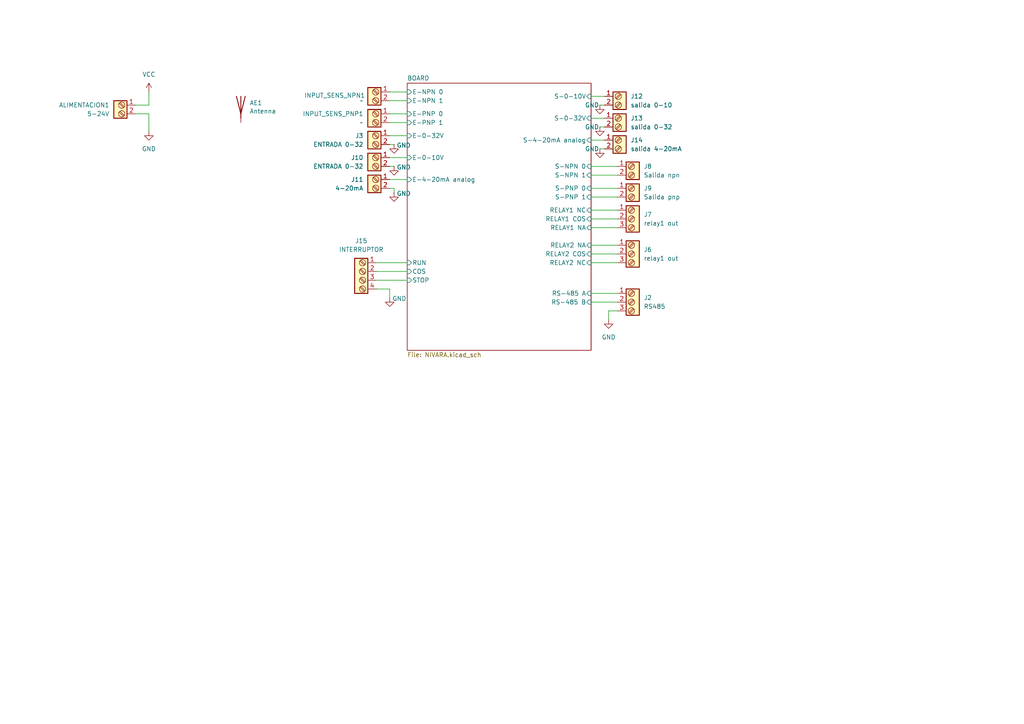
<source format=kicad_sch>
(kicad_sch
	(version 20250114)
	(generator "eeschema")
	(generator_version "9.0")
	(uuid "a0ccc1c3-98b7-44b4-a982-09e3bf693e4b")
	(paper "A4")
	(lib_symbols
		(symbol "Device:Antenna"
			(pin_numbers
				(hide yes)
			)
			(pin_names
				(offset 1.016)
				(hide yes)
			)
			(exclude_from_sim no)
			(in_bom yes)
			(on_board yes)
			(property "Reference" "AE"
				(at -1.905 1.905 0)
				(effects
					(font
						(size 1.27 1.27)
					)
					(justify right)
				)
			)
			(property "Value" "Antenna"
				(at -1.905 0 0)
				(effects
					(font
						(size 1.27 1.27)
					)
					(justify right)
				)
			)
			(property "Footprint" ""
				(at 0 0 0)
				(effects
					(font
						(size 1.27 1.27)
					)
					(hide yes)
				)
			)
			(property "Datasheet" "~"
				(at 0 0 0)
				(effects
					(font
						(size 1.27 1.27)
					)
					(hide yes)
				)
			)
			(property "Description" "Antenna"
				(at 0 0 0)
				(effects
					(font
						(size 1.27 1.27)
					)
					(hide yes)
				)
			)
			(property "ki_keywords" "antenna"
				(at 0 0 0)
				(effects
					(font
						(size 1.27 1.27)
					)
					(hide yes)
				)
			)
			(symbol "Antenna_0_1"
				(polyline
					(pts
						(xy 0 2.54) (xy 0 -3.81)
					)
					(stroke
						(width 0.254)
						(type default)
					)
					(fill
						(type none)
					)
				)
				(polyline
					(pts
						(xy 1.27 2.54) (xy 0 -2.54) (xy -1.27 2.54)
					)
					(stroke
						(width 0.254)
						(type default)
					)
					(fill
						(type none)
					)
				)
			)
			(symbol "Antenna_1_1"
				(pin input line
					(at 0 -5.08 90)
					(length 2.54)
					(name "A"
						(effects
							(font
								(size 1.27 1.27)
							)
						)
					)
					(number "1"
						(effects
							(font
								(size 1.27 1.27)
							)
						)
					)
				)
			)
			(embedded_fonts no)
		)
		(symbol "PCM_SL_Screw_Terminal:Screw_Terminal_2_P3.50mm"
			(exclude_from_sim no)
			(in_bom yes)
			(on_board yes)
			(property "Reference" "J"
				(at 0 3.81 0)
				(effects
					(font
						(size 1.27 1.27)
					)
				)
			)
			(property "Value" "Screw_Terminal_2_P3.50mm"
				(at 0 -3.81 0)
				(effects
					(font
						(size 1.27 1.27)
					)
				)
			)
			(property "Footprint" "TerminalBlock_Phoenix:TerminalBlock_Phoenix_PT-1,5-2-3.5-H_1x02_P3.50mm_Horizontal"
				(at 1.27 -6.35 0)
				(effects
					(font
						(size 1.27 1.27)
					)
					(hide yes)
				)
			)
			(property "Datasheet" ""
				(at 0 0 0)
				(effects
					(font
						(size 1.27 1.27)
					)
					(hide yes)
				)
			)
			(property "Description" ""
				(at 0 0 0)
				(effects
					(font
						(size 1.27 1.27)
					)
					(hide yes)
				)
			)
			(property "ki_keywords" "Screw Terminal"
				(at 0 0 0)
				(effects
					(font
						(size 1.27 1.27)
					)
					(hide yes)
				)
			)
			(symbol "Screw_Terminal_2_P3.50mm_0_1"
				(rectangle
					(start -1.27 2.54)
					(end 2.54 -2.54)
					(stroke
						(width 0.3)
						(type default)
					)
					(fill
						(type background)
					)
				)
				(polyline
					(pts
						(xy -0.254 0.508) (xy 1.016 1.778)
					)
					(stroke
						(width 0)
						(type default)
					)
					(fill
						(type none)
					)
				)
				(polyline
					(pts
						(xy -0.254 -2.032) (xy 1.016 -0.762)
					)
					(stroke
						(width 0)
						(type default)
					)
					(fill
						(type none)
					)
				)
				(polyline
					(pts
						(xy 0 1.27) (xy -0.508 0.762) (xy 0.762 2.032)
					)
					(stroke
						(width 0)
						(type default)
					)
					(fill
						(type none)
					)
				)
				(polyline
					(pts
						(xy 0 -1.27) (xy -0.508 -1.778) (xy 0.762 -0.508)
					)
					(stroke
						(width 0)
						(type default)
					)
					(fill
						(type none)
					)
				)
				(circle
					(center 0.254 1.27)
					(radius 0.9158)
					(stroke
						(width 0)
						(type default)
					)
					(fill
						(type none)
					)
				)
				(circle
					(center 0.254 -1.27)
					(radius 0.9158)
					(stroke
						(width 0)
						(type default)
					)
					(fill
						(type none)
					)
				)
			)
			(symbol "Screw_Terminal_2_P3.50mm_1_1"
				(pin passive line
					(at -3.81 1.27 0)
					(length 2.54)
					(name ""
						(effects
							(font
								(size 1.27 1.27)
							)
						)
					)
					(number "1"
						(effects
							(font
								(size 1.27 1.27)
							)
						)
					)
				)
				(pin passive line
					(at -3.81 -1.27 0)
					(length 2.54)
					(name ""
						(effects
							(font
								(size 1.27 1.27)
							)
						)
					)
					(number "2"
						(effects
							(font
								(size 1.27 1.27)
							)
						)
					)
				)
			)
			(embedded_fonts no)
		)
		(symbol "PCM_SL_Screw_Terminal:Screw_Terminal_3_P3.50mm"
			(exclude_from_sim no)
			(in_bom yes)
			(on_board yes)
			(property "Reference" "J"
				(at 0 5.842 0)
				(effects
					(font
						(size 1.27 1.27)
					)
				)
			)
			(property "Value" "Screw_Terminal_3_P3.50mm"
				(at 1.27 -5.588 0)
				(effects
					(font
						(size 1.27 1.27)
					)
				)
			)
			(property "Footprint" "TerminalBlock_Phoenix:TerminalBlock_Phoenix_PT-1,5-3-3.5-H_1x03_P3.50mm_Horizontal"
				(at 1.27 -7.62 0)
				(effects
					(font
						(size 1.27 1.27)
					)
					(hide yes)
				)
			)
			(property "Datasheet" ""
				(at 0 1.27 0)
				(effects
					(font
						(size 1.27 1.27)
					)
					(hide yes)
				)
			)
			(property "Description" ""
				(at 0 0 0)
				(effects
					(font
						(size 1.27 1.27)
					)
					(hide yes)
				)
			)
			(symbol "Screw_Terminal_3_P3.50mm_0_1"
				(rectangle
					(start -1.27 3.81)
					(end 2.54 -3.81)
					(stroke
						(width 0.3)
						(type default)
					)
					(fill
						(type background)
					)
				)
				(polyline
					(pts
						(xy -0.254 1.778) (xy 1.016 3.048)
					)
					(stroke
						(width 0)
						(type default)
					)
					(fill
						(type none)
					)
				)
				(polyline
					(pts
						(xy -0.254 -0.762) (xy 1.016 0.508)
					)
					(stroke
						(width 0)
						(type default)
					)
					(fill
						(type none)
					)
				)
				(polyline
					(pts
						(xy -0.254 -3.302) (xy 1.016 -2.032)
					)
					(stroke
						(width 0)
						(type default)
					)
					(fill
						(type none)
					)
				)
				(polyline
					(pts
						(xy 0 2.54) (xy -0.508 2.032) (xy 0.762 3.302)
					)
					(stroke
						(width 0)
						(type default)
					)
					(fill
						(type none)
					)
				)
				(polyline
					(pts
						(xy 0 0) (xy -0.508 -0.508) (xy 0.762 0.762)
					)
					(stroke
						(width 0)
						(type default)
					)
					(fill
						(type none)
					)
				)
				(polyline
					(pts
						(xy 0 -2.54) (xy -0.508 -3.048) (xy 0.762 -1.778)
					)
					(stroke
						(width 0)
						(type default)
					)
					(fill
						(type none)
					)
				)
				(circle
					(center 0.254 2.54)
					(radius 0.9158)
					(stroke
						(width 0)
						(type default)
					)
					(fill
						(type none)
					)
				)
				(circle
					(center 0.254 0)
					(radius 0.9158)
					(stroke
						(width 0)
						(type default)
					)
					(fill
						(type none)
					)
				)
				(circle
					(center 0.254 -2.54)
					(radius 0.9158)
					(stroke
						(width 0)
						(type default)
					)
					(fill
						(type none)
					)
				)
			)
			(symbol "Screw_Terminal_3_P3.50mm_1_1"
				(pin passive line
					(at -3.81 2.54 0)
					(length 2.54)
					(name ""
						(effects
							(font
								(size 1.27 1.27)
							)
						)
					)
					(number "1"
						(effects
							(font
								(size 1.27 1.27)
							)
						)
					)
				)
				(pin passive line
					(at -3.81 0 0)
					(length 2.54)
					(name ""
						(effects
							(font
								(size 1.27 1.27)
							)
						)
					)
					(number "2"
						(effects
							(font
								(size 1.27 1.27)
							)
						)
					)
				)
				(pin passive line
					(at -3.81 -2.54 0)
					(length 2.54)
					(name ""
						(effects
							(font
								(size 1.27 1.27)
							)
						)
					)
					(number "3"
						(effects
							(font
								(size 1.27 1.27)
							)
						)
					)
				)
			)
			(embedded_fonts no)
		)
		(symbol "PCM_SL_Screw_Terminal:Screw_Terminal_4_P3.50mm"
			(exclude_from_sim no)
			(in_bom yes)
			(on_board yes)
			(property "Reference" "J"
				(at 0 6.35 0)
				(effects
					(font
						(size 1.27 1.27)
					)
				)
			)
			(property "Value" "Screw_Terminal_4_P3.50mm"
				(at 1.27 -6.35 0)
				(effects
					(font
						(size 1.27 1.27)
					)
				)
			)
			(property "Footprint" "TerminalBlock_Phoenix:TerminalBlock_Phoenix_PT-1,5-4-3.5-H_1x04_P3.50mm_Horizontal"
				(at 0 -8.89 0)
				(effects
					(font
						(size 1.27 1.27)
					)
					(hide yes)
				)
			)
			(property "Datasheet" ""
				(at 0 2.54 0)
				(effects
					(font
						(size 1.27 1.27)
					)
					(hide yes)
				)
			)
			(property "Description" ""
				(at 0 0 0)
				(effects
					(font
						(size 1.27 1.27)
					)
					(hide yes)
				)
			)
			(symbol "Screw_Terminal_4_P3.50mm_0_1"
				(rectangle
					(start -1.27 5.08)
					(end 2.54 -5.08)
					(stroke
						(width 0.3)
						(type default)
					)
					(fill
						(type background)
					)
				)
				(polyline
					(pts
						(xy -0.254 3.048) (xy 1.016 4.318)
					)
					(stroke
						(width 0)
						(type default)
					)
					(fill
						(type none)
					)
				)
				(polyline
					(pts
						(xy -0.254 0.508) (xy 1.016 1.778)
					)
					(stroke
						(width 0)
						(type default)
					)
					(fill
						(type none)
					)
				)
				(polyline
					(pts
						(xy -0.254 -2.032) (xy 1.016 -0.762)
					)
					(stroke
						(width 0)
						(type default)
					)
					(fill
						(type none)
					)
				)
				(polyline
					(pts
						(xy -0.254 -4.572) (xy 1.016 -3.302)
					)
					(stroke
						(width 0)
						(type default)
					)
					(fill
						(type none)
					)
				)
				(polyline
					(pts
						(xy 0 3.81) (xy -0.508 3.302) (xy 0.762 4.572)
					)
					(stroke
						(width 0)
						(type default)
					)
					(fill
						(type none)
					)
				)
				(polyline
					(pts
						(xy 0 1.27) (xy -0.508 0.762) (xy 0.762 2.032)
					)
					(stroke
						(width 0)
						(type default)
					)
					(fill
						(type none)
					)
				)
				(polyline
					(pts
						(xy 0 -1.27) (xy -0.508 -1.778) (xy 0.762 -0.508)
					)
					(stroke
						(width 0)
						(type default)
					)
					(fill
						(type none)
					)
				)
				(polyline
					(pts
						(xy 0 -3.81) (xy -0.508 -4.318) (xy 0.762 -3.048)
					)
					(stroke
						(width 0)
						(type default)
					)
					(fill
						(type none)
					)
				)
				(circle
					(center 0.254 3.81)
					(radius 0.9158)
					(stroke
						(width 0)
						(type default)
					)
					(fill
						(type none)
					)
				)
				(circle
					(center 0.254 1.27)
					(radius 0.9158)
					(stroke
						(width 0)
						(type default)
					)
					(fill
						(type none)
					)
				)
				(circle
					(center 0.254 -1.27)
					(radius 0.9158)
					(stroke
						(width 0)
						(type default)
					)
					(fill
						(type none)
					)
				)
				(circle
					(center 0.254 -3.81)
					(radius 0.9158)
					(stroke
						(width 0)
						(type default)
					)
					(fill
						(type none)
					)
				)
			)
			(symbol "Screw_Terminal_4_P3.50mm_1_1"
				(pin passive line
					(at -3.81 3.81 0)
					(length 2.54)
					(name ""
						(effects
							(font
								(size 1.27 1.27)
							)
						)
					)
					(number "1"
						(effects
							(font
								(size 1.27 1.27)
							)
						)
					)
				)
				(pin passive line
					(at -3.81 1.27 0)
					(length 2.54)
					(name ""
						(effects
							(font
								(size 1.27 1.27)
							)
						)
					)
					(number "2"
						(effects
							(font
								(size 1.27 1.27)
							)
						)
					)
				)
				(pin passive line
					(at -3.81 -1.27 0)
					(length 2.54)
					(name ""
						(effects
							(font
								(size 1.27 1.27)
							)
						)
					)
					(number "3"
						(effects
							(font
								(size 1.27 1.27)
							)
						)
					)
				)
				(pin passive line
					(at -3.81 -3.81 0)
					(length 2.54)
					(name ""
						(effects
							(font
								(size 1.27 1.27)
							)
						)
					)
					(number "4"
						(effects
							(font
								(size 1.27 1.27)
							)
						)
					)
				)
			)
			(embedded_fonts no)
		)
		(symbol "power:GND"
			(power)
			(pin_numbers
				(hide yes)
			)
			(pin_names
				(offset 0)
				(hide yes)
			)
			(exclude_from_sim no)
			(in_bom yes)
			(on_board yes)
			(property "Reference" "#PWR"
				(at 0 -6.35 0)
				(effects
					(font
						(size 1.27 1.27)
					)
					(hide yes)
				)
			)
			(property "Value" "GND"
				(at 0 -3.81 0)
				(effects
					(font
						(size 1.27 1.27)
					)
				)
			)
			(property "Footprint" ""
				(at 0 0 0)
				(effects
					(font
						(size 1.27 1.27)
					)
					(hide yes)
				)
			)
			(property "Datasheet" ""
				(at 0 0 0)
				(effects
					(font
						(size 1.27 1.27)
					)
					(hide yes)
				)
			)
			(property "Description" "Power symbol creates a global label with name \"GND\" , ground"
				(at 0 0 0)
				(effects
					(font
						(size 1.27 1.27)
					)
					(hide yes)
				)
			)
			(property "ki_keywords" "global power"
				(at 0 0 0)
				(effects
					(font
						(size 1.27 1.27)
					)
					(hide yes)
				)
			)
			(symbol "GND_0_1"
				(polyline
					(pts
						(xy 0 0) (xy 0 -1.27) (xy 1.27 -1.27) (xy 0 -2.54) (xy -1.27 -1.27) (xy 0 -1.27)
					)
					(stroke
						(width 0)
						(type default)
					)
					(fill
						(type none)
					)
				)
			)
			(symbol "GND_1_1"
				(pin power_in line
					(at 0 0 270)
					(length 0)
					(name "~"
						(effects
							(font
								(size 1.27 1.27)
							)
						)
					)
					(number "1"
						(effects
							(font
								(size 1.27 1.27)
							)
						)
					)
				)
			)
			(embedded_fonts no)
		)
		(symbol "power:VCC"
			(power)
			(pin_numbers
				(hide yes)
			)
			(pin_names
				(offset 0)
				(hide yes)
			)
			(exclude_from_sim no)
			(in_bom yes)
			(on_board yes)
			(property "Reference" "#PWR"
				(at 0 -3.81 0)
				(effects
					(font
						(size 1.27 1.27)
					)
					(hide yes)
				)
			)
			(property "Value" "VCC"
				(at 0 3.556 0)
				(effects
					(font
						(size 1.27 1.27)
					)
				)
			)
			(property "Footprint" ""
				(at 0 0 0)
				(effects
					(font
						(size 1.27 1.27)
					)
					(hide yes)
				)
			)
			(property "Datasheet" ""
				(at 0 0 0)
				(effects
					(font
						(size 1.27 1.27)
					)
					(hide yes)
				)
			)
			(property "Description" "Power symbol creates a global label with name \"VCC\""
				(at 0 0 0)
				(effects
					(font
						(size 1.27 1.27)
					)
					(hide yes)
				)
			)
			(property "ki_keywords" "global power"
				(at 0 0 0)
				(effects
					(font
						(size 1.27 1.27)
					)
					(hide yes)
				)
			)
			(symbol "VCC_0_1"
				(polyline
					(pts
						(xy -0.762 1.27) (xy 0 2.54)
					)
					(stroke
						(width 0)
						(type default)
					)
					(fill
						(type none)
					)
				)
				(polyline
					(pts
						(xy 0 2.54) (xy 0.762 1.27)
					)
					(stroke
						(width 0)
						(type default)
					)
					(fill
						(type none)
					)
				)
				(polyline
					(pts
						(xy 0 0) (xy 0 2.54)
					)
					(stroke
						(width 0)
						(type default)
					)
					(fill
						(type none)
					)
				)
			)
			(symbol "VCC_1_1"
				(pin power_in line
					(at 0 0 90)
					(length 0)
					(name "~"
						(effects
							(font
								(size 1.27 1.27)
							)
						)
					)
					(number "1"
						(effects
							(font
								(size 1.27 1.27)
							)
						)
					)
				)
			)
			(embedded_fonts no)
		)
	)
	(wire
		(pts
			(xy 176.53 92.71) (xy 176.53 90.17)
		)
		(stroke
			(width 0)
			(type default)
		)
		(uuid "00de457a-3184-4e0a-b164-7fd54f310965")
	)
	(wire
		(pts
			(xy 171.45 85.09) (xy 179.07 85.09)
		)
		(stroke
			(width 0)
			(type default)
		)
		(uuid "01253a4c-2651-4361-aa06-8739924e5ad9")
	)
	(wire
		(pts
			(xy 43.18 33.02) (xy 43.18 38.1)
		)
		(stroke
			(width 0)
			(type default)
		)
		(uuid "0563a319-bdc8-4c64-a65a-d99cccd83834")
	)
	(wire
		(pts
			(xy 113.03 48.26) (xy 114.3 48.26)
		)
		(stroke
			(width 0)
			(type default)
		)
		(uuid "0ea5aa29-1381-4726-b91f-1aa9d2c40a3a")
	)
	(wire
		(pts
			(xy 171.45 40.64) (xy 175.26 40.64)
		)
		(stroke
			(width 0)
			(type default)
		)
		(uuid "1266c8bb-94d2-4f99-8179-59c0796ec11d")
	)
	(wire
		(pts
			(xy 173.99 36.83) (xy 175.26 36.83)
		)
		(stroke
			(width 0)
			(type default)
		)
		(uuid "151889f1-3e4a-48cf-bd00-3abb7391c1e0")
	)
	(wire
		(pts
			(xy 113.03 52.07) (xy 118.11 52.07)
		)
		(stroke
			(width 0)
			(type default)
		)
		(uuid "21f21d80-0833-4751-b9b9-212809b1e36d")
	)
	(wire
		(pts
			(xy 113.03 29.21) (xy 118.11 29.21)
		)
		(stroke
			(width 0)
			(type default)
		)
		(uuid "2a6965b4-4253-4168-ae08-c6e8898b5a2e")
	)
	(wire
		(pts
			(xy 109.22 76.2) (xy 118.11 76.2)
		)
		(stroke
			(width 0)
			(type default)
		)
		(uuid "2c712e9d-cd93-4caf-9aee-aa9d852f8712")
	)
	(wire
		(pts
			(xy 179.07 54.61) (xy 171.45 54.61)
		)
		(stroke
			(width 0)
			(type default)
		)
		(uuid "3cba514f-0242-41aa-aee3-43e7c4a2662d")
	)
	(wire
		(pts
			(xy 114.3 54.61) (xy 113.03 54.61)
		)
		(stroke
			(width 0)
			(type default)
		)
		(uuid "40f0306c-d6f2-4bf5-85ce-98af04220c35")
	)
	(wire
		(pts
			(xy 113.03 41.91) (xy 114.3 41.91)
		)
		(stroke
			(width 0)
			(type default)
		)
		(uuid "434def90-c906-4bc2-ada5-05b9ab248315")
	)
	(wire
		(pts
			(xy 179.07 50.8) (xy 171.45 50.8)
		)
		(stroke
			(width 0)
			(type default)
		)
		(uuid "4c31d755-ec2c-49d5-98d3-0e394c0fea76")
	)
	(wire
		(pts
			(xy 113.03 35.56) (xy 118.11 35.56)
		)
		(stroke
			(width 0)
			(type default)
		)
		(uuid "4d66f259-02e3-4a11-a1cd-2e038381c0b0")
	)
	(wire
		(pts
			(xy 176.53 90.17) (xy 179.07 90.17)
		)
		(stroke
			(width 0)
			(type default)
		)
		(uuid "556dbbc2-b98c-425d-a5db-d16f6ce0e565")
	)
	(wire
		(pts
			(xy 39.37 33.02) (xy 43.18 33.02)
		)
		(stroke
			(width 0)
			(type default)
		)
		(uuid "56a41f37-5d23-4365-85ff-091b5c2e6ed5")
	)
	(wire
		(pts
			(xy 171.45 48.26) (xy 179.07 48.26)
		)
		(stroke
			(width 0)
			(type default)
		)
		(uuid "74d217c4-b2f2-4226-9edf-16d5b192d6ce")
	)
	(wire
		(pts
			(xy 43.18 26.67) (xy 43.18 30.48)
		)
		(stroke
			(width 0)
			(type default)
		)
		(uuid "7b3ca72f-26ea-4841-9900-d27832d4303b")
	)
	(wire
		(pts
			(xy 171.45 73.66) (xy 179.07 73.66)
		)
		(stroke
			(width 0)
			(type default)
		)
		(uuid "7d78e682-e28e-46e2-a431-eec6624b3deb")
	)
	(wire
		(pts
			(xy 179.07 57.15) (xy 171.45 57.15)
		)
		(stroke
			(width 0)
			(type default)
		)
		(uuid "80cdde06-ce74-4fcf-8622-0ecea2540dee")
	)
	(wire
		(pts
			(xy 171.45 87.63) (xy 179.07 87.63)
		)
		(stroke
			(width 0)
			(type default)
		)
		(uuid "84a445ba-4445-461f-a4cd-239a8358c84d")
	)
	(wire
		(pts
			(xy 113.03 26.67) (xy 118.11 26.67)
		)
		(stroke
			(width 0)
			(type default)
		)
		(uuid "86261a4e-42f8-4633-9928-a0ca0c93abf5")
	)
	(wire
		(pts
			(xy 113.03 86.36) (xy 113.03 83.82)
		)
		(stroke
			(width 0)
			(type default)
		)
		(uuid "8808d4ff-f143-4933-ba9a-81583c4d9e1d")
	)
	(wire
		(pts
			(xy 171.45 63.5) (xy 179.07 63.5)
		)
		(stroke
			(width 0)
			(type default)
		)
		(uuid "8952b4a9-38ed-461f-bc64-8c5dacfbf921")
	)
	(wire
		(pts
			(xy 109.22 81.28) (xy 118.11 81.28)
		)
		(stroke
			(width 0)
			(type default)
		)
		(uuid "8b53f84e-aabf-4047-a299-d8e220b06f34")
	)
	(wire
		(pts
			(xy 113.03 45.72) (xy 118.11 45.72)
		)
		(stroke
			(width 0)
			(type default)
		)
		(uuid "8b9654ec-1554-4dcd-961a-5cf296cf3b3d")
	)
	(wire
		(pts
			(xy 114.3 55.88) (xy 114.3 54.61)
		)
		(stroke
			(width 0)
			(type default)
		)
		(uuid "8ffb73d4-4da9-4559-8d57-da6c45078e94")
	)
	(wire
		(pts
			(xy 113.03 33.02) (xy 118.11 33.02)
		)
		(stroke
			(width 0)
			(type default)
		)
		(uuid "9b55798c-8814-49ec-9899-f0bc9fd22bce")
	)
	(wire
		(pts
			(xy 173.99 30.48) (xy 175.26 30.48)
		)
		(stroke
			(width 0)
			(type default)
		)
		(uuid "9d5c0337-031d-4f62-b9ad-949b98a1f74b")
	)
	(wire
		(pts
			(xy 171.45 60.96) (xy 179.07 60.96)
		)
		(stroke
			(width 0)
			(type default)
		)
		(uuid "b1d0a525-39e5-4dc1-8500-cc7b452dd5c9")
	)
	(wire
		(pts
			(xy 171.45 76.2) (xy 179.07 76.2)
		)
		(stroke
			(width 0)
			(type default)
		)
		(uuid "b28b6b9b-8693-4b33-b043-718534c51831")
	)
	(wire
		(pts
			(xy 43.18 30.48) (xy 39.37 30.48)
		)
		(stroke
			(width 0)
			(type default)
		)
		(uuid "c0c2d820-9ee4-4272-85ee-0eeac06a70a5")
	)
	(wire
		(pts
			(xy 171.45 27.94) (xy 175.26 27.94)
		)
		(stroke
			(width 0)
			(type default)
		)
		(uuid "c6da80f9-7383-4dcd-8269-325f67f35549")
	)
	(wire
		(pts
			(xy 109.22 78.74) (xy 118.11 78.74)
		)
		(stroke
			(width 0)
			(type default)
		)
		(uuid "cdb11d4c-af9e-4430-82f6-4d49258e2062")
	)
	(wire
		(pts
			(xy 171.45 71.12) (xy 179.07 71.12)
		)
		(stroke
			(width 0)
			(type default)
		)
		(uuid "cfb59577-ff81-402b-aa74-145b89c3a1bf")
	)
	(wire
		(pts
			(xy 171.45 34.29) (xy 175.26 34.29)
		)
		(stroke
			(width 0)
			(type default)
		)
		(uuid "d8d5e7cc-a98a-4c8d-9b07-d188dbac0d97")
	)
	(wire
		(pts
			(xy 173.99 43.18) (xy 175.26 43.18)
		)
		(stroke
			(width 0)
			(type default)
		)
		(uuid "da11b411-1a7f-4f31-8e27-e8d30830a0cf")
	)
	(wire
		(pts
			(xy 113.03 83.82) (xy 109.22 83.82)
		)
		(stroke
			(width 0)
			(type default)
		)
		(uuid "f7e58ce8-dfa0-4e0c-a452-7a7cdb1d0906")
	)
	(wire
		(pts
			(xy 171.45 66.04) (xy 179.07 66.04)
		)
		(stroke
			(width 0)
			(type default)
		)
		(uuid "f93f668f-1e0a-451f-b5ce-54c920a3faf8")
	)
	(wire
		(pts
			(xy 113.03 39.37) (xy 118.11 39.37)
		)
		(stroke
			(width 0)
			(type default)
		)
		(uuid "fc9e0b9d-e6be-4088-8d2e-1c026d215a8f")
	)
	(symbol
		(lib_id "PCM_SL_Screw_Terminal:Screw_Terminal_3_P3.50mm")
		(at 182.88 73.66 0)
		(unit 1)
		(exclude_from_sim no)
		(in_bom yes)
		(on_board yes)
		(dnp no)
		(fields_autoplaced yes)
		(uuid "19158588-9783-4a13-b08e-1b5e2e355803")
		(property "Reference" "J6"
			(at 186.69 72.3899 0)
			(effects
				(font
					(size 1.27 1.27)
				)
				(justify left)
			)
		)
		(property "Value" "relay1 out"
			(at 186.69 74.9299 0)
			(effects
				(font
					(size 1.27 1.27)
				)
				(justify left)
			)
		)
		(property "Footprint" "TerminalBlock_Phoenix:TerminalBlock_Phoenix_PT-1,5-3-3.5-H_1x03_P3.50mm_Horizontal"
			(at 184.15 81.28 0)
			(effects
				(font
					(size 1.27 1.27)
				)
				(hide yes)
			)
		)
		(property "Datasheet" ""
			(at 182.88 72.39 0)
			(effects
				(font
					(size 1.27 1.27)
				)
				(hide yes)
			)
		)
		(property "Description" ""
			(at 182.88 73.66 0)
			(effects
				(font
					(size 1.27 1.27)
				)
				(hide yes)
			)
		)
		(pin "1"
			(uuid "6598c3c8-f14a-45eb-9653-d39b729ae1e0")
		)
		(pin "2"
			(uuid "ab3c5fd2-91f9-411f-96ad-7dbb9b444412")
		)
		(pin "3"
			(uuid "a9e39266-9c40-4757-9c03-6c6e71bd52b7")
		)
		(instances
			(project "PCB PICHARDO"
				(path "/a0ccc1c3-98b7-44b4-a982-09e3bf693e4b"
					(reference "J6")
					(unit 1)
				)
			)
		)
	)
	(symbol
		(lib_id "power:GND")
		(at 113.03 86.36 0)
		(unit 1)
		(exclude_from_sim no)
		(in_bom yes)
		(on_board yes)
		(dnp no)
		(uuid "20ee61fa-692d-4ff2-b1cc-19bf6a976861")
		(property "Reference" "#PWR018"
			(at 113.03 92.71 0)
			(effects
				(font
					(size 1.27 1.27)
				)
				(hide yes)
			)
		)
		(property "Value" "GND"
			(at 115.824 86.614 0)
			(effects
				(font
					(size 1.27 1.27)
				)
			)
		)
		(property "Footprint" ""
			(at 113.03 86.36 0)
			(effects
				(font
					(size 1.27 1.27)
				)
				(hide yes)
			)
		)
		(property "Datasheet" ""
			(at 113.03 86.36 0)
			(effects
				(font
					(size 1.27 1.27)
				)
				(hide yes)
			)
		)
		(property "Description" "Power symbol creates a global label with name \"GND\" , ground"
			(at 113.03 86.36 0)
			(effects
				(font
					(size 1.27 1.27)
				)
				(hide yes)
			)
		)
		(pin "1"
			(uuid "ba07bf98-786c-4852-b7ca-f38c9d3b8440")
		)
		(instances
			(project "PCB PICHARDO"
				(path "/a0ccc1c3-98b7-44b4-a982-09e3bf693e4b"
					(reference "#PWR018")
					(unit 1)
				)
			)
		)
	)
	(symbol
		(lib_id "PCM_SL_Screw_Terminal:Screw_Terminal_2_P3.50mm")
		(at 182.88 55.88 0)
		(unit 1)
		(exclude_from_sim no)
		(in_bom yes)
		(on_board yes)
		(dnp no)
		(uuid "2aa4cae2-2fa8-416c-bdaa-b714123da3f2")
		(property "Reference" "J9"
			(at 186.69 54.6099 0)
			(effects
				(font
					(size 1.27 1.27)
				)
				(justify left)
			)
		)
		(property "Value" "Salida pnp"
			(at 186.69 57.1499 0)
			(effects
				(font
					(size 1.27 1.27)
				)
				(justify left)
			)
		)
		(property "Footprint" "TerminalBlock_Phoenix:TerminalBlock_Phoenix_PT-1,5-2-3.5-H_1x02_P3.50mm_Horizontal"
			(at 184.15 62.23 0)
			(effects
				(font
					(size 1.27 1.27)
				)
				(hide yes)
			)
		)
		(property "Datasheet" ""
			(at 182.88 55.88 0)
			(effects
				(font
					(size 1.27 1.27)
				)
				(hide yes)
			)
		)
		(property "Description" ""
			(at 182.88 55.88 0)
			(effects
				(font
					(size 1.27 1.27)
				)
				(hide yes)
			)
		)
		(pin "1"
			(uuid "7068eea1-95c8-40f8-b292-c9f598110b37")
		)
		(pin "2"
			(uuid "0d6d0838-73ec-4964-81b0-d15357cd1ba0")
		)
		(instances
			(project "PCB PICHARDO"
				(path "/a0ccc1c3-98b7-44b4-a982-09e3bf693e4b"
					(reference "J9")
					(unit 1)
				)
			)
		)
	)
	(symbol
		(lib_id "PCM_SL_Screw_Terminal:Screw_Terminal_2_P3.50mm")
		(at 109.22 53.34 0)
		(mirror y)
		(unit 1)
		(exclude_from_sim no)
		(in_bom yes)
		(on_board yes)
		(dnp no)
		(uuid "2cd3de93-0a0d-4ec4-8eab-be981e0db0d8")
		(property "Reference" "J11"
			(at 105.41 52.0699 0)
			(effects
				(font
					(size 1.27 1.27)
				)
				(justify left)
			)
		)
		(property "Value" "4-20mA"
			(at 105.41 54.6099 0)
			(effects
				(font
					(size 1.27 1.27)
				)
				(justify left)
			)
		)
		(property "Footprint" "TerminalBlock_Phoenix:TerminalBlock_Phoenix_PT-1,5-2-3.5-H_1x02_P3.50mm_Horizontal"
			(at 107.95 59.69 0)
			(effects
				(font
					(size 1.27 1.27)
				)
				(hide yes)
			)
		)
		(property "Datasheet" ""
			(at 109.22 53.34 0)
			(effects
				(font
					(size 1.27 1.27)
				)
				(hide yes)
			)
		)
		(property "Description" ""
			(at 109.22 53.34 0)
			(effects
				(font
					(size 1.27 1.27)
				)
				(hide yes)
			)
		)
		(pin "1"
			(uuid "8243a583-9712-4a47-ab79-b29f09a847f2")
		)
		(pin "2"
			(uuid "30a39645-2d94-4329-b865-5954e667cfdc")
		)
		(instances
			(project "PCB PICHARDO"
				(path "/a0ccc1c3-98b7-44b4-a982-09e3bf693e4b"
					(reference "J11")
					(unit 1)
				)
			)
		)
	)
	(symbol
		(lib_id "PCM_SL_Screw_Terminal:Screw_Terminal_2_P3.50mm")
		(at 109.22 40.64 0)
		(mirror y)
		(unit 1)
		(exclude_from_sim no)
		(in_bom yes)
		(on_board yes)
		(dnp no)
		(uuid "5fb5c638-3048-4f4f-9530-16915f20ef18")
		(property "Reference" "J3"
			(at 105.41 39.3699 0)
			(effects
				(font
					(size 1.27 1.27)
				)
				(justify left)
			)
		)
		(property "Value" "ENTRADA 0-32"
			(at 105.41 41.9099 0)
			(effects
				(font
					(size 1.27 1.27)
				)
				(justify left)
			)
		)
		(property "Footprint" "TerminalBlock_Phoenix:TerminalBlock_Phoenix_PT-1,5-2-3.5-H_1x02_P3.50mm_Horizontal"
			(at 107.95 46.99 0)
			(effects
				(font
					(size 1.27 1.27)
				)
				(hide yes)
			)
		)
		(property "Datasheet" ""
			(at 109.22 40.64 0)
			(effects
				(font
					(size 1.27 1.27)
				)
				(hide yes)
			)
		)
		(property "Description" ""
			(at 109.22 40.64 0)
			(effects
				(font
					(size 1.27 1.27)
				)
				(hide yes)
			)
		)
		(pin "1"
			(uuid "68af67ca-6f4a-4e7c-be63-74235012e9ef")
		)
		(pin "2"
			(uuid "5595107f-33bb-40aa-a272-07f2f55f49f4")
		)
		(instances
			(project "PCB PICHARDO"
				(path "/a0ccc1c3-98b7-44b4-a982-09e3bf693e4b"
					(reference "J3")
					(unit 1)
				)
			)
		)
	)
	(symbol
		(lib_id "PCM_SL_Screw_Terminal:Screw_Terminal_4_P3.50mm")
		(at 105.41 80.01 0)
		(mirror y)
		(unit 1)
		(exclude_from_sim no)
		(in_bom yes)
		(on_board yes)
		(dnp no)
		(fields_autoplaced yes)
		(uuid "62532987-b618-4293-838f-097aece96af2")
		(property "Reference" "J15"
			(at 104.775 69.85 0)
			(effects
				(font
					(size 1.27 1.27)
				)
			)
		)
		(property "Value" "INTERRUPTOR"
			(at 104.775 72.39 0)
			(effects
				(font
					(size 1.27 1.27)
				)
			)
		)
		(property "Footprint" "TerminalBlock_Phoenix:TerminalBlock_Phoenix_PT-1,5-4-3.5-H_1x04_P3.50mm_Horizontal"
			(at 105.41 88.9 0)
			(effects
				(font
					(size 1.27 1.27)
				)
				(hide yes)
			)
		)
		(property "Datasheet" ""
			(at 105.41 77.47 0)
			(effects
				(font
					(size 1.27 1.27)
				)
				(hide yes)
			)
		)
		(property "Description" ""
			(at 105.41 80.01 0)
			(effects
				(font
					(size 1.27 1.27)
				)
				(hide yes)
			)
		)
		(pin "2"
			(uuid "538a953e-2526-47f0-885f-6e9ee9cd6a21")
		)
		(pin "3"
			(uuid "3b188265-cb80-4f9d-8d9f-4929661819da")
		)
		(pin "1"
			(uuid "7ff59b78-0d93-48ba-b395-b12b43fcf41c")
		)
		(pin "4"
			(uuid "b5348b76-f09c-4c97-9fc8-1a824dea33dc")
		)
		(instances
			(project ""
				(path "/a0ccc1c3-98b7-44b4-a982-09e3bf693e4b"
					(reference "J15")
					(unit 1)
				)
			)
		)
	)
	(symbol
		(lib_id "power:GND")
		(at 43.18 38.1 0)
		(unit 1)
		(exclude_from_sim no)
		(in_bom yes)
		(on_board yes)
		(dnp no)
		(fields_autoplaced yes)
		(uuid "638dc81d-c4cd-4513-9c31-a6307d6dd3f9")
		(property "Reference" "#PWR09"
			(at 43.18 44.45 0)
			(effects
				(font
					(size 1.27 1.27)
				)
				(hide yes)
			)
		)
		(property "Value" "GND"
			(at 43.18 43.18 0)
			(effects
				(font
					(size 1.27 1.27)
				)
			)
		)
		(property "Footprint" ""
			(at 43.18 38.1 0)
			(effects
				(font
					(size 1.27 1.27)
				)
				(hide yes)
			)
		)
		(property "Datasheet" ""
			(at 43.18 38.1 0)
			(effects
				(font
					(size 1.27 1.27)
				)
				(hide yes)
			)
		)
		(property "Description" "Power symbol creates a global label with name \"GND\" , ground"
			(at 43.18 38.1 0)
			(effects
				(font
					(size 1.27 1.27)
				)
				(hide yes)
			)
		)
		(pin "1"
			(uuid "15e03ce9-1fec-41b0-95d9-d0868458afd5")
		)
		(instances
			(project ""
				(path "/a0ccc1c3-98b7-44b4-a982-09e3bf693e4b"
					(reference "#PWR09")
					(unit 1)
				)
			)
		)
	)
	(symbol
		(lib_id "power:VCC")
		(at 43.18 26.67 0)
		(unit 1)
		(exclude_from_sim no)
		(in_bom yes)
		(on_board yes)
		(dnp no)
		(fields_autoplaced yes)
		(uuid "764e12f3-03e0-4306-938a-4825deae6669")
		(property "Reference" "#PWR08"
			(at 43.18 30.48 0)
			(effects
				(font
					(size 1.27 1.27)
				)
				(hide yes)
			)
		)
		(property "Value" "VCC"
			(at 43.18 21.59 0)
			(effects
				(font
					(size 1.27 1.27)
				)
			)
		)
		(property "Footprint" ""
			(at 43.18 26.67 0)
			(effects
				(font
					(size 1.27 1.27)
				)
				(hide yes)
			)
		)
		(property "Datasheet" ""
			(at 43.18 26.67 0)
			(effects
				(font
					(size 1.27 1.27)
				)
				(hide yes)
			)
		)
		(property "Description" "Power symbol creates a global label with name \"VCC\""
			(at 43.18 26.67 0)
			(effects
				(font
					(size 1.27 1.27)
				)
				(hide yes)
			)
		)
		(pin "1"
			(uuid "c4b18811-8550-4ac5-940f-2853ebbcdc3b")
		)
		(instances
			(project ""
				(path "/a0ccc1c3-98b7-44b4-a982-09e3bf693e4b"
					(reference "#PWR08")
					(unit 1)
				)
			)
		)
	)
	(symbol
		(lib_id "power:GND")
		(at 114.3 55.88 0)
		(unit 1)
		(exclude_from_sim no)
		(in_bom yes)
		(on_board yes)
		(dnp no)
		(uuid "7deab239-e42a-448f-b246-343ac19d920d")
		(property "Reference" "#PWR014"
			(at 114.3 62.23 0)
			(effects
				(font
					(size 1.27 1.27)
				)
				(hide yes)
			)
		)
		(property "Value" "GND"
			(at 117.094 56.134 0)
			(effects
				(font
					(size 1.27 1.27)
				)
			)
		)
		(property "Footprint" ""
			(at 114.3 55.88 0)
			(effects
				(font
					(size 1.27 1.27)
				)
				(hide yes)
			)
		)
		(property "Datasheet" ""
			(at 114.3 55.88 0)
			(effects
				(font
					(size 1.27 1.27)
				)
				(hide yes)
			)
		)
		(property "Description" "Power symbol creates a global label with name \"GND\" , ground"
			(at 114.3 55.88 0)
			(effects
				(font
					(size 1.27 1.27)
				)
				(hide yes)
			)
		)
		(pin "1"
			(uuid "354a907d-91b5-4818-a35f-45e984a6a5b7")
		)
		(instances
			(project "PCB PICHARDO"
				(path "/a0ccc1c3-98b7-44b4-a982-09e3bf693e4b"
					(reference "#PWR014")
					(unit 1)
				)
			)
		)
	)
	(symbol
		(lib_id "power:GND")
		(at 173.99 36.83 0)
		(unit 1)
		(exclude_from_sim no)
		(in_bom yes)
		(on_board yes)
		(dnp no)
		(uuid "8095ee09-3592-43db-8ef3-338a2b8669d9")
		(property "Reference" "#PWR016"
			(at 173.99 43.18 0)
			(effects
				(font
					(size 1.27 1.27)
				)
				(hide yes)
			)
		)
		(property "Value" "GND"
			(at 171.704 36.83 0)
			(effects
				(font
					(size 1.27 1.27)
				)
			)
		)
		(property "Footprint" ""
			(at 173.99 36.83 0)
			(effects
				(font
					(size 1.27 1.27)
				)
				(hide yes)
			)
		)
		(property "Datasheet" ""
			(at 173.99 36.83 0)
			(effects
				(font
					(size 1.27 1.27)
				)
				(hide yes)
			)
		)
		(property "Description" "Power symbol creates a global label with name \"GND\" , ground"
			(at 173.99 36.83 0)
			(effects
				(font
					(size 1.27 1.27)
				)
				(hide yes)
			)
		)
		(pin "1"
			(uuid "af9ad60e-5198-4371-b04c-96883fdfa376")
		)
		(instances
			(project "PCB PICHARDO"
				(path "/a0ccc1c3-98b7-44b4-a982-09e3bf693e4b"
					(reference "#PWR016")
					(unit 1)
				)
			)
		)
	)
	(symbol
		(lib_id "PCM_SL_Screw_Terminal:Screw_Terminal_2_P3.50mm")
		(at 109.22 27.94 0)
		(mirror y)
		(unit 1)
		(exclude_from_sim no)
		(in_bom yes)
		(on_board yes)
		(dnp no)
		(uuid "83577f6f-ae14-4eaf-80ec-50f090b41db6")
		(property "Reference" "INPUT_SENS_NPN1"
			(at 105.918 27.686 0)
			(effects
				(font
					(size 1.27 1.27)
				)
				(justify left)
			)
		)
		(property "Value" "~"
			(at 105.41 29.2099 0)
			(effects
				(font
					(size 1.27 1.27)
				)
				(justify left)
			)
		)
		(property "Footprint" "TerminalBlock_Phoenix:TerminalBlock_Phoenix_PT-1,5-2-3.5-H_1x02_P3.50mm_Horizontal"
			(at 107.95 34.29 0)
			(effects
				(font
					(size 1.27 1.27)
				)
				(hide yes)
			)
		)
		(property "Datasheet" ""
			(at 109.22 27.94 0)
			(effects
				(font
					(size 1.27 1.27)
				)
				(hide yes)
			)
		)
		(property "Description" ""
			(at 109.22 27.94 0)
			(effects
				(font
					(size 1.27 1.27)
				)
				(hide yes)
			)
		)
		(pin "1"
			(uuid "f9c80640-f5fa-40d4-a4cd-435a60dfa0cc")
		)
		(pin "2"
			(uuid "e4721efe-6a7f-4b29-acfe-db1d60008de4")
		)
		(instances
			(project ""
				(path "/a0ccc1c3-98b7-44b4-a982-09e3bf693e4b"
					(reference "INPUT_SENS_NPN1")
					(unit 1)
				)
			)
		)
	)
	(symbol
		(lib_id "PCM_SL_Screw_Terminal:Screw_Terminal_2_P3.50mm")
		(at 35.56 31.75 0)
		(mirror y)
		(unit 1)
		(exclude_from_sim no)
		(in_bom yes)
		(on_board yes)
		(dnp no)
		(uuid "857a1350-e19a-4f84-924a-470d5dcfb4a6")
		(property "Reference" "ALIMENTACION1"
			(at 31.75 30.4799 0)
			(effects
				(font
					(size 1.27 1.27)
				)
				(justify left)
			)
		)
		(property "Value" "5-24V"
			(at 31.75 33.0199 0)
			(effects
				(font
					(size 1.27 1.27)
				)
				(justify left)
			)
		)
		(property "Footprint" "TerminalBlock_Phoenix:TerminalBlock_Phoenix_PT-1,5-2-3.5-H_1x02_P3.50mm_Horizontal"
			(at 34.29 38.1 0)
			(effects
				(font
					(size 1.27 1.27)
				)
				(hide yes)
			)
		)
		(property "Datasheet" ""
			(at 35.56 31.75 0)
			(effects
				(font
					(size 1.27 1.27)
				)
				(hide yes)
			)
		)
		(property "Description" ""
			(at 35.56 31.75 0)
			(effects
				(font
					(size 1.27 1.27)
				)
				(hide yes)
			)
		)
		(pin "1"
			(uuid "80561d3d-a509-46e5-8eb8-8b9dde6d5121")
		)
		(pin "2"
			(uuid "23b84871-8b25-4d0f-8d37-caa6ca4695bd")
		)
		(instances
			(project "PCB PICHARDO"
				(path "/a0ccc1c3-98b7-44b4-a982-09e3bf693e4b"
					(reference "ALIMENTACION1")
					(unit 1)
				)
			)
		)
	)
	(symbol
		(lib_id "power:GND")
		(at 114.3 48.26 0)
		(unit 1)
		(exclude_from_sim no)
		(in_bom yes)
		(on_board yes)
		(dnp no)
		(uuid "90bb7c6b-3d44-4fd6-b9c1-b5db99bdb9b7")
		(property "Reference" "#PWR013"
			(at 114.3 54.61 0)
			(effects
				(font
					(size 1.27 1.27)
				)
				(hide yes)
			)
		)
		(property "Value" "GND"
			(at 117.094 48.514 0)
			(effects
				(font
					(size 1.27 1.27)
				)
			)
		)
		(property "Footprint" ""
			(at 114.3 48.26 0)
			(effects
				(font
					(size 1.27 1.27)
				)
				(hide yes)
			)
		)
		(property "Datasheet" ""
			(at 114.3 48.26 0)
			(effects
				(font
					(size 1.27 1.27)
				)
				(hide yes)
			)
		)
		(property "Description" "Power symbol creates a global label with name \"GND\" , ground"
			(at 114.3 48.26 0)
			(effects
				(font
					(size 1.27 1.27)
				)
				(hide yes)
			)
		)
		(pin "1"
			(uuid "b078e79d-7aef-4cfe-9750-1ed701620132")
		)
		(instances
			(project "PCB PICHARDO"
				(path "/a0ccc1c3-98b7-44b4-a982-09e3bf693e4b"
					(reference "#PWR013")
					(unit 1)
				)
			)
		)
	)
	(symbol
		(lib_id "power:GND")
		(at 176.53 92.71 0)
		(unit 1)
		(exclude_from_sim no)
		(in_bom yes)
		(on_board yes)
		(dnp no)
		(fields_autoplaced yes)
		(uuid "a4312d7c-ad50-4f5d-a24c-b80f20c19515")
		(property "Reference" "#PWR011"
			(at 176.53 99.06 0)
			(effects
				(font
					(size 1.27 1.27)
				)
				(hide yes)
			)
		)
		(property "Value" "GND"
			(at 176.53 97.79 0)
			(effects
				(font
					(size 1.27 1.27)
				)
			)
		)
		(property "Footprint" ""
			(at 176.53 92.71 0)
			(effects
				(font
					(size 1.27 1.27)
				)
				(hide yes)
			)
		)
		(property "Datasheet" ""
			(at 176.53 92.71 0)
			(effects
				(font
					(size 1.27 1.27)
				)
				(hide yes)
			)
		)
		(property "Description" "Power symbol creates a global label with name \"GND\" , ground"
			(at 176.53 92.71 0)
			(effects
				(font
					(size 1.27 1.27)
				)
				(hide yes)
			)
		)
		(pin "1"
			(uuid "0c41628c-fe57-4fca-894a-a610de02fcb1")
		)
		(instances
			(project "PCB PICHARDO"
				(path "/a0ccc1c3-98b7-44b4-a982-09e3bf693e4b"
					(reference "#PWR011")
					(unit 1)
				)
			)
		)
	)
	(symbol
		(lib_id "PCM_SL_Screw_Terminal:Screw_Terminal_3_P3.50mm")
		(at 182.88 63.5 0)
		(unit 1)
		(exclude_from_sim no)
		(in_bom yes)
		(on_board yes)
		(dnp no)
		(fields_autoplaced yes)
		(uuid "a7f56024-d041-4657-8f95-808ac1a02b3e")
		(property "Reference" "J7"
			(at 186.69 62.2299 0)
			(effects
				(font
					(size 1.27 1.27)
				)
				(justify left)
			)
		)
		(property "Value" "relay1 out"
			(at 186.69 64.7699 0)
			(effects
				(font
					(size 1.27 1.27)
				)
				(justify left)
			)
		)
		(property "Footprint" "TerminalBlock_Phoenix:TerminalBlock_Phoenix_PT-1,5-3-3.5-H_1x03_P3.50mm_Horizontal"
			(at 184.15 71.12 0)
			(effects
				(font
					(size 1.27 1.27)
				)
				(hide yes)
			)
		)
		(property "Datasheet" ""
			(at 182.88 62.23 0)
			(effects
				(font
					(size 1.27 1.27)
				)
				(hide yes)
			)
		)
		(property "Description" ""
			(at 182.88 63.5 0)
			(effects
				(font
					(size 1.27 1.27)
				)
				(hide yes)
			)
		)
		(pin "1"
			(uuid "3c244c32-2de1-47f0-a366-518e110acce0")
		)
		(pin "2"
			(uuid "c81531b8-841a-40bb-a417-f8f4dfcd61b0")
		)
		(pin "3"
			(uuid "4d460cdf-cbfc-4a92-9047-0407fef7964c")
		)
		(instances
			(project "PCB PICHARDO"
				(path "/a0ccc1c3-98b7-44b4-a982-09e3bf693e4b"
					(reference "J7")
					(unit 1)
				)
			)
		)
	)
	(symbol
		(lib_id "power:GND")
		(at 114.3 41.91 0)
		(unit 1)
		(exclude_from_sim no)
		(in_bom yes)
		(on_board yes)
		(dnp no)
		(uuid "ad2b1d33-3d3d-4ee0-8ca4-bd88f56450c2")
		(property "Reference" "#PWR012"
			(at 114.3 48.26 0)
			(effects
				(font
					(size 1.27 1.27)
				)
				(hide yes)
			)
		)
		(property "Value" "GND"
			(at 117.094 42.164 0)
			(effects
				(font
					(size 1.27 1.27)
				)
			)
		)
		(property "Footprint" ""
			(at 114.3 41.91 0)
			(effects
				(font
					(size 1.27 1.27)
				)
				(hide yes)
			)
		)
		(property "Datasheet" ""
			(at 114.3 41.91 0)
			(effects
				(font
					(size 1.27 1.27)
				)
				(hide yes)
			)
		)
		(property "Description" "Power symbol creates a global label with name \"GND\" , ground"
			(at 114.3 41.91 0)
			(effects
				(font
					(size 1.27 1.27)
				)
				(hide yes)
			)
		)
		(pin "1"
			(uuid "55cb3e70-be91-46a9-ba9f-6b85ed0477c4")
		)
		(instances
			(project "PCB PICHARDO"
				(path "/a0ccc1c3-98b7-44b4-a982-09e3bf693e4b"
					(reference "#PWR012")
					(unit 1)
				)
			)
		)
	)
	(symbol
		(lib_id "power:GND")
		(at 173.99 30.48 0)
		(unit 1)
		(exclude_from_sim no)
		(in_bom yes)
		(on_board yes)
		(dnp no)
		(uuid "b07d9db6-52a6-40d5-8a65-c9995ff35ca2")
		(property "Reference" "#PWR015"
			(at 173.99 36.83 0)
			(effects
				(font
					(size 1.27 1.27)
				)
				(hide yes)
			)
		)
		(property "Value" "GND"
			(at 171.704 30.48 0)
			(effects
				(font
					(size 1.27 1.27)
				)
			)
		)
		(property "Footprint" ""
			(at 173.99 30.48 0)
			(effects
				(font
					(size 1.27 1.27)
				)
				(hide yes)
			)
		)
		(property "Datasheet" ""
			(at 173.99 30.48 0)
			(effects
				(font
					(size 1.27 1.27)
				)
				(hide yes)
			)
		)
		(property "Description" "Power symbol creates a global label with name \"GND\" , ground"
			(at 173.99 30.48 0)
			(effects
				(font
					(size 1.27 1.27)
				)
				(hide yes)
			)
		)
		(pin "1"
			(uuid "210566ee-1457-4906-9931-17bd87b0b56e")
		)
		(instances
			(project "PCB PICHARDO"
				(path "/a0ccc1c3-98b7-44b4-a982-09e3bf693e4b"
					(reference "#PWR015")
					(unit 1)
				)
			)
		)
	)
	(symbol
		(lib_id "PCM_SL_Screw_Terminal:Screw_Terminal_2_P3.50mm")
		(at 179.07 35.56 0)
		(unit 1)
		(exclude_from_sim no)
		(in_bom yes)
		(on_board yes)
		(dnp no)
		(uuid "c44ff8d0-604d-491a-af3d-74f1d0cadf1e")
		(property "Reference" "J13"
			(at 182.88 34.2899 0)
			(effects
				(font
					(size 1.27 1.27)
				)
				(justify left)
			)
		)
		(property "Value" "salida 0-32"
			(at 182.88 36.8299 0)
			(effects
				(font
					(size 1.27 1.27)
				)
				(justify left)
			)
		)
		(property "Footprint" "TerminalBlock_Phoenix:TerminalBlock_Phoenix_PT-1,5-2-3.5-H_1x02_P3.50mm_Horizontal"
			(at 180.34 41.91 0)
			(effects
				(font
					(size 1.27 1.27)
				)
				(hide yes)
			)
		)
		(property "Datasheet" ""
			(at 179.07 35.56 0)
			(effects
				(font
					(size 1.27 1.27)
				)
				(hide yes)
			)
		)
		(property "Description" ""
			(at 179.07 35.56 0)
			(effects
				(font
					(size 1.27 1.27)
				)
				(hide yes)
			)
		)
		(pin "1"
			(uuid "eb1987de-2297-4922-bec2-f12e7eddd0e0")
		)
		(pin "2"
			(uuid "db80c02a-ec4c-4b89-bd37-f9a96b561654")
		)
		(instances
			(project "PCB PICHARDO"
				(path "/a0ccc1c3-98b7-44b4-a982-09e3bf693e4b"
					(reference "J13")
					(unit 1)
				)
			)
		)
	)
	(symbol
		(lib_id "PCM_SL_Screw_Terminal:Screw_Terminal_2_P3.50mm")
		(at 182.88 49.53 0)
		(unit 1)
		(exclude_from_sim no)
		(in_bom yes)
		(on_board yes)
		(dnp no)
		(uuid "cbf39d21-e9bd-4198-a561-5ded7013e7f5")
		(property "Reference" "J8"
			(at 186.69 48.2599 0)
			(effects
				(font
					(size 1.27 1.27)
				)
				(justify left)
			)
		)
		(property "Value" "Salida npn"
			(at 186.69 50.7999 0)
			(effects
				(font
					(size 1.27 1.27)
				)
				(justify left)
			)
		)
		(property "Footprint" "TerminalBlock_Phoenix:TerminalBlock_Phoenix_PT-1,5-2-3.5-H_1x02_P3.50mm_Horizontal"
			(at 184.15 55.88 0)
			(effects
				(font
					(size 1.27 1.27)
				)
				(hide yes)
			)
		)
		(property "Datasheet" ""
			(at 182.88 49.53 0)
			(effects
				(font
					(size 1.27 1.27)
				)
				(hide yes)
			)
		)
		(property "Description" ""
			(at 182.88 49.53 0)
			(effects
				(font
					(size 1.27 1.27)
				)
				(hide yes)
			)
		)
		(pin "1"
			(uuid "aa8e8cde-ee0a-42c0-b337-69a2548bbeb0")
		)
		(pin "2"
			(uuid "c34947a7-2be2-4415-acc0-4ec1d572b99e")
		)
		(instances
			(project "PCB PICHARDO"
				(path "/a0ccc1c3-98b7-44b4-a982-09e3bf693e4b"
					(reference "J8")
					(unit 1)
				)
			)
		)
	)
	(symbol
		(lib_id "PCM_SL_Screw_Terminal:Screw_Terminal_2_P3.50mm")
		(at 109.22 34.29 0)
		(mirror y)
		(unit 1)
		(exclude_from_sim no)
		(in_bom yes)
		(on_board yes)
		(dnp no)
		(uuid "daefed2d-d65b-4589-a3fc-87600f561d2e")
		(property "Reference" "INPUT_SENS_PNP1"
			(at 105.41 33.0199 0)
			(effects
				(font
					(size 1.27 1.27)
				)
				(justify left)
			)
		)
		(property "Value" "~"
			(at 105.41 35.5599 0)
			(effects
				(font
					(size 1.27 1.27)
				)
				(justify left)
			)
		)
		(property "Footprint" "TerminalBlock_Phoenix:TerminalBlock_Phoenix_PT-1,5-2-3.5-H_1x02_P3.50mm_Horizontal"
			(at 107.95 40.64 0)
			(effects
				(font
					(size 1.27 1.27)
				)
				(hide yes)
			)
		)
		(property "Datasheet" ""
			(at 109.22 34.29 0)
			(effects
				(font
					(size 1.27 1.27)
				)
				(hide yes)
			)
		)
		(property "Description" ""
			(at 109.22 34.29 0)
			(effects
				(font
					(size 1.27 1.27)
				)
				(hide yes)
			)
		)
		(pin "1"
			(uuid "69b7b6b2-e106-4a9d-b260-6070dafc69d5")
		)
		(pin "2"
			(uuid "be284fed-5037-42d5-a956-e8e70add39b9")
		)
		(instances
			(project "PCB PICHARDO"
				(path "/a0ccc1c3-98b7-44b4-a982-09e3bf693e4b"
					(reference "INPUT_SENS_PNP1")
					(unit 1)
				)
			)
		)
	)
	(symbol
		(lib_id "PCM_SL_Screw_Terminal:Screw_Terminal_3_P3.50mm")
		(at 182.88 87.63 0)
		(unit 1)
		(exclude_from_sim no)
		(in_bom yes)
		(on_board yes)
		(dnp no)
		(fields_autoplaced yes)
		(uuid "dbbe0b79-06e7-4a46-b1db-36bc132761c5")
		(property "Reference" "J2"
			(at 186.69 86.3599 0)
			(effects
				(font
					(size 1.27 1.27)
				)
				(justify left)
			)
		)
		(property "Value" "RS485"
			(at 186.69 88.8999 0)
			(effects
				(font
					(size 1.27 1.27)
				)
				(justify left)
			)
		)
		(property "Footprint" "TerminalBlock_Phoenix:TerminalBlock_Phoenix_PT-1,5-3-3.5-H_1x03_P3.50mm_Horizontal"
			(at 184.15 95.25 0)
			(effects
				(font
					(size 1.27 1.27)
				)
				(hide yes)
			)
		)
		(property "Datasheet" ""
			(at 182.88 86.36 0)
			(effects
				(font
					(size 1.27 1.27)
				)
				(hide yes)
			)
		)
		(property "Description" ""
			(at 182.88 87.63 0)
			(effects
				(font
					(size 1.27 1.27)
				)
				(hide yes)
			)
		)
		(pin "1"
			(uuid "32186248-3ba7-4980-8ac8-ee2165ce720b")
		)
		(pin "2"
			(uuid "62098d4a-28cb-42fe-8231-9ad025873af3")
		)
		(pin "3"
			(uuid "b957b72f-dfbf-488c-9697-8a0bd2dbde05")
		)
		(instances
			(project ""
				(path "/a0ccc1c3-98b7-44b4-a982-09e3bf693e4b"
					(reference "J2")
					(unit 1)
				)
			)
		)
	)
	(symbol
		(lib_id "PCM_SL_Screw_Terminal:Screw_Terminal_2_P3.50mm")
		(at 179.07 41.91 0)
		(unit 1)
		(exclude_from_sim no)
		(in_bom yes)
		(on_board yes)
		(dnp no)
		(uuid "e03810f3-0289-4630-a0d2-9cefcc5c97fb")
		(property "Reference" "J14"
			(at 182.88 40.6399 0)
			(effects
				(font
					(size 1.27 1.27)
				)
				(justify left)
			)
		)
		(property "Value" "salida 4-20mA"
			(at 182.88 43.1799 0)
			(effects
				(font
					(size 1.27 1.27)
				)
				(justify left)
			)
		)
		(property "Footprint" "TerminalBlock_Phoenix:TerminalBlock_Phoenix_PT-1,5-2-3.5-H_1x02_P3.50mm_Horizontal"
			(at 180.34 48.26 0)
			(effects
				(font
					(size 1.27 1.27)
				)
				(hide yes)
			)
		)
		(property "Datasheet" ""
			(at 179.07 41.91 0)
			(effects
				(font
					(size 1.27 1.27)
				)
				(hide yes)
			)
		)
		(property "Description" ""
			(at 179.07 41.91 0)
			(effects
				(font
					(size 1.27 1.27)
				)
				(hide yes)
			)
		)
		(pin "1"
			(uuid "81e1cb55-281d-48c5-96e9-c0f06394a9f5")
		)
		(pin "2"
			(uuid "2cb4bf7c-bd0d-42ff-a558-7655ffd2f9b7")
		)
		(instances
			(project "PCB PICHARDO"
				(path "/a0ccc1c3-98b7-44b4-a982-09e3bf693e4b"
					(reference "J14")
					(unit 1)
				)
			)
		)
	)
	(symbol
		(lib_id "power:GND")
		(at 173.99 43.18 0)
		(unit 1)
		(exclude_from_sim no)
		(in_bom yes)
		(on_board yes)
		(dnp no)
		(uuid "e6fee16c-9ffa-4ce4-862e-6f731d096a92")
		(property "Reference" "#PWR017"
			(at 173.99 49.53 0)
			(effects
				(font
					(size 1.27 1.27)
				)
				(hide yes)
			)
		)
		(property "Value" "GND"
			(at 171.704 43.18 0)
			(effects
				(font
					(size 1.27 1.27)
				)
			)
		)
		(property "Footprint" ""
			(at 173.99 43.18 0)
			(effects
				(font
					(size 1.27 1.27)
				)
				(hide yes)
			)
		)
		(property "Datasheet" ""
			(at 173.99 43.18 0)
			(effects
				(font
					(size 1.27 1.27)
				)
				(hide yes)
			)
		)
		(property "Description" "Power symbol creates a global label with name \"GND\" , ground"
			(at 173.99 43.18 0)
			(effects
				(font
					(size 1.27 1.27)
				)
				(hide yes)
			)
		)
		(pin "1"
			(uuid "38959614-772d-4745-b585-cb0fc1d07bff")
		)
		(instances
			(project "PCB PICHARDO"
				(path "/a0ccc1c3-98b7-44b4-a982-09e3bf693e4b"
					(reference "#PWR017")
					(unit 1)
				)
			)
		)
	)
	(symbol
		(lib_id "Device:Antenna")
		(at 69.85 30.48 0)
		(unit 1)
		(exclude_from_sim no)
		(in_bom yes)
		(on_board yes)
		(dnp no)
		(uuid "eca11cb7-abe9-48b2-ae9d-4a9af115a352")
		(property "Reference" "AE1"
			(at 72.39 29.8449 0)
			(effects
				(font
					(size 1.27 1.27)
				)
				(justify left)
			)
		)
		(property "Value" "Antenna"
			(at 72.39 32.258 0)
			(effects
				(font
					(size 1.27 1.27)
				)
				(justify left)
			)
		)
		(property "Footprint" ""
			(at 69.85 30.48 0)
			(effects
				(font
					(size 1.27 1.27)
				)
				(hide yes)
			)
		)
		(property "Datasheet" "~"
			(at 69.85 30.48 0)
			(effects
				(font
					(size 1.27 1.27)
				)
				(hide yes)
			)
		)
		(property "Description" "Antenna"
			(at 69.85 30.48 0)
			(effects
				(font
					(size 1.27 1.27)
				)
				(hide yes)
			)
		)
		(pin "1"
			(uuid "401ae818-b99b-40e6-9523-2ade7e0f88b1")
		)
		(instances
			(project ""
				(path "/a0ccc1c3-98b7-44b4-a982-09e3bf693e4b"
					(reference "AE1")
					(unit 1)
				)
			)
		)
	)
	(symbol
		(lib_id "PCM_SL_Screw_Terminal:Screw_Terminal_2_P3.50mm")
		(at 179.07 29.21 0)
		(unit 1)
		(exclude_from_sim no)
		(in_bom yes)
		(on_board yes)
		(dnp no)
		(uuid "f69664a4-e593-414a-a036-092fd8041fc1")
		(property "Reference" "J12"
			(at 182.88 27.9399 0)
			(effects
				(font
					(size 1.27 1.27)
				)
				(justify left)
			)
		)
		(property "Value" "salida 0-10"
			(at 182.88 30.4799 0)
			(effects
				(font
					(size 1.27 1.27)
				)
				(justify left)
			)
		)
		(property "Footprint" "TerminalBlock_Phoenix:TerminalBlock_Phoenix_PT-1,5-2-3.5-H_1x02_P3.50mm_Horizontal"
			(at 180.34 35.56 0)
			(effects
				(font
					(size 1.27 1.27)
				)
				(hide yes)
			)
		)
		(property "Datasheet" ""
			(at 179.07 29.21 0)
			(effects
				(font
					(size 1.27 1.27)
				)
				(hide yes)
			)
		)
		(property "Description" ""
			(at 179.07 29.21 0)
			(effects
				(font
					(size 1.27 1.27)
				)
				(hide yes)
			)
		)
		(pin "1"
			(uuid "4aeb52ba-a2c5-4292-8c8b-c820b7718e8c")
		)
		(pin "2"
			(uuid "45339868-30a5-4737-a9d2-bfc2a4ee1ef2")
		)
		(instances
			(project "PCB PICHARDO"
				(path "/a0ccc1c3-98b7-44b4-a982-09e3bf693e4b"
					(reference "J12")
					(unit 1)
				)
			)
		)
	)
	(symbol
		(lib_id "PCM_SL_Screw_Terminal:Screw_Terminal_2_P3.50mm")
		(at 109.22 46.99 0)
		(mirror y)
		(unit 1)
		(exclude_from_sim no)
		(in_bom yes)
		(on_board yes)
		(dnp no)
		(uuid "fe66809e-f200-44a1-8a42-3f1044f6495b")
		(property "Reference" "J10"
			(at 105.41 45.7199 0)
			(effects
				(font
					(size 1.27 1.27)
				)
				(justify left)
			)
		)
		(property "Value" "ENTRADA 0-32"
			(at 105.41 48.2599 0)
			(effects
				(font
					(size 1.27 1.27)
				)
				(justify left)
			)
		)
		(property "Footprint" "TerminalBlock_Phoenix:TerminalBlock_Phoenix_PT-1,5-2-3.5-H_1x02_P3.50mm_Horizontal"
			(at 107.95 53.34 0)
			(effects
				(font
					(size 1.27 1.27)
				)
				(hide yes)
			)
		)
		(property "Datasheet" ""
			(at 109.22 46.99 0)
			(effects
				(font
					(size 1.27 1.27)
				)
				(hide yes)
			)
		)
		(property "Description" ""
			(at 109.22 46.99 0)
			(effects
				(font
					(size 1.27 1.27)
				)
				(hide yes)
			)
		)
		(pin "1"
			(uuid "d8d72281-ea3d-4551-a708-144993e521d2")
		)
		(pin "2"
			(uuid "14937f39-4859-4a68-bc76-9de99796626e")
		)
		(instances
			(project "PCB PICHARDO"
				(path "/a0ccc1c3-98b7-44b4-a982-09e3bf693e4b"
					(reference "J10")
					(unit 1)
				)
			)
		)
	)
	(sheet
		(at 118.11 24.13)
		(size 53.34 77.47)
		(exclude_from_sim no)
		(in_bom yes)
		(on_board yes)
		(dnp no)
		(fields_autoplaced yes)
		(stroke
			(width 0.1524)
			(type solid)
		)
		(fill
			(color 0 0 0 0.0000)
		)
		(uuid "78291816-8ba1-49cf-9609-e1c359225404")
		(property "Sheetname" "BOARD"
			(at 118.11 23.4184 0)
			(effects
				(font
					(size 1.27 1.27)
				)
				(justify left bottom)
			)
		)
		(property "Sheetfile" "NIVARA.kicad_sch"
			(at 118.11 102.1846 0)
			(effects
				(font
					(size 1.27 1.27)
				)
				(justify left top)
			)
		)
		(pin "E-0-10V" input
			(at 118.11 45.72 180)
			(uuid "4e81e34a-3480-4a54-a6fc-af2b57fcd0c2")
			(effects
				(font
					(size 1.27 1.27)
				)
				(justify left)
			)
		)
		(pin "E-0-32V" input
			(at 118.11 39.37 180)
			(uuid "5fb1d218-f777-4b09-bdc6-6e05620200ef")
			(effects
				(font
					(size 1.27 1.27)
				)
				(justify left)
			)
		)
		(pin "E-4-20mA analog" input
			(at 118.11 52.07 180)
			(uuid "533bd91f-6417-4bd1-86b9-65076067823b")
			(effects
				(font
					(size 1.27 1.27)
				)
				(justify left)
			)
		)
		(pin "E-NPN 0" input
			(at 118.11 26.67 180)
			(uuid "84fb435e-ccae-4741-8071-2d0ec8c56bad")
			(effects
				(font
					(size 1.27 1.27)
				)
				(justify left)
			)
		)
		(pin "E-NPN 1" input
			(at 118.11 29.21 180)
			(uuid "ac42fee8-86b5-40b8-a8f8-9df44467cde9")
			(effects
				(font
					(size 1.27 1.27)
				)
				(justify left)
			)
		)
		(pin "E-PNP 0" input
			(at 118.11 33.02 180)
			(uuid "4f3fea40-9f4d-4a4b-9462-f6f4b567cc07")
			(effects
				(font
					(size 1.27 1.27)
				)
				(justify left)
			)
		)
		(pin "E-PNP 1" input
			(at 118.11 35.56 180)
			(uuid "d50fedb8-2718-46df-8f8a-de9369c1f059")
			(effects
				(font
					(size 1.27 1.27)
				)
				(justify left)
			)
		)
		(pin "RELAY1 COS" input
			(at 171.45 63.5 0)
			(uuid "f07e5e50-98c1-400f-bc0f-ee44e31c3f73")
			(effects
				(font
					(size 1.27 1.27)
				)
				(justify right)
			)
		)
		(pin "RELAY1 NA" input
			(at 171.45 66.04 0)
			(uuid "6257c92a-80fa-408a-8079-9723038fa47d")
			(effects
				(font
					(size 1.27 1.27)
				)
				(justify right)
			)
		)
		(pin "RELAY1 NC" input
			(at 171.45 60.96 0)
			(uuid "7cda72f5-b8b9-4251-a705-017de71d53bd")
			(effects
				(font
					(size 1.27 1.27)
				)
				(justify right)
			)
		)
		(pin "RELAY2 COS" input
			(at 171.45 73.66 0)
			(uuid "2f6ac02f-05b0-4ddc-a11f-6c54abad8dff")
			(effects
				(font
					(size 1.27 1.27)
				)
				(justify right)
			)
		)
		(pin "RELAY2 NA" input
			(at 171.45 71.12 0)
			(uuid "1429e657-6bd7-4b2b-88c7-f7c2adfcc97d")
			(effects
				(font
					(size 1.27 1.27)
				)
				(justify right)
			)
		)
		(pin "RELAY2 NC" input
			(at 171.45 76.2 0)
			(uuid "5bd64dbd-ee50-4ae9-a079-49123513dacf")
			(effects
				(font
					(size 1.27 1.27)
				)
				(justify right)
			)
		)
		(pin "RS-485 A" input
			(at 171.45 85.09 0)
			(uuid "305c7aab-87b1-4d9f-a3d9-f83cc228cbd1")
			(effects
				(font
					(size 1.27 1.27)
				)
				(justify right)
			)
		)
		(pin "RS-485 B" input
			(at 171.45 87.63 0)
			(uuid "f3b31a9c-3a9b-406f-8d7c-32cec2e48dda")
			(effects
				(font
					(size 1.27 1.27)
				)
				(justify right)
			)
		)
		(pin "S-0-10V" input
			(at 171.45 27.94 0)
			(uuid "59819f50-8672-4ff1-a202-242c1a03c9b3")
			(effects
				(font
					(size 1.27 1.27)
				)
				(justify right)
			)
		)
		(pin "S-0-32V" input
			(at 171.45 34.29 0)
			(uuid "f0a1de4c-5822-41f8-aeed-59365cb599f3")
			(effects
				(font
					(size 1.27 1.27)
				)
				(justify right)
			)
		)
		(pin "S-4-20mA analog" input
			(at 171.45 40.64 0)
			(uuid "45b0c922-d184-4d7f-b349-baa5bd8c1ff0")
			(effects
				(font
					(size 1.27 1.27)
				)
				(justify right)
			)
		)
		(pin "S-NPN 0" input
			(at 171.45 48.26 0)
			(uuid "6325a37e-b2fe-4afc-963e-e93d2cf2727f")
			(effects
				(font
					(size 1.27 1.27)
				)
				(justify right)
			)
		)
		(pin "S-NPN 1" input
			(at 171.45 50.8 0)
			(uuid "b19067e7-8fcc-4137-a604-470f8f7dbadc")
			(effects
				(font
					(size 1.27 1.27)
				)
				(justify right)
			)
		)
		(pin "S-PNP 0" input
			(at 171.45 54.61 0)
			(uuid "202271d1-a886-4092-b26f-f34bc31f01cb")
			(effects
				(font
					(size 1.27 1.27)
				)
				(justify right)
			)
		)
		(pin "S-PNP 1" input
			(at 171.45 57.15 0)
			(uuid "4c433cc9-0bd0-41c7-9ba3-9b4480a46634")
			(effects
				(font
					(size 1.27 1.27)
				)
				(justify right)
			)
		)
		(pin "COS" input
			(at 118.11 78.74 180)
			(uuid "570dea81-7fa2-4799-82dc-898f66dd5349")
			(effects
				(font
					(size 1.27 1.27)
				)
				(justify left)
			)
		)
		(pin "RUN" input
			(at 118.11 76.2 180)
			(uuid "04ba4130-ea09-4e29-aac3-dfa2208a043b")
			(effects
				(font
					(size 1.27 1.27)
				)
				(justify left)
			)
		)
		(pin "STOP" input
			(at 118.11 81.28 180)
			(uuid "7073f5ce-2152-4778-ae20-1ad0b734a0c6")
			(effects
				(font
					(size 1.27 1.27)
				)
				(justify left)
			)
		)
		(instances
			(project "PCB PICHARDO"
				(path "/a0ccc1c3-98b7-44b4-a982-09e3bf693e4b"
					(page "3")
				)
			)
		)
	)
	(sheet_instances
		(path "/"
			(page "1")
		)
	)
	(embedded_fonts no)
)

</source>
